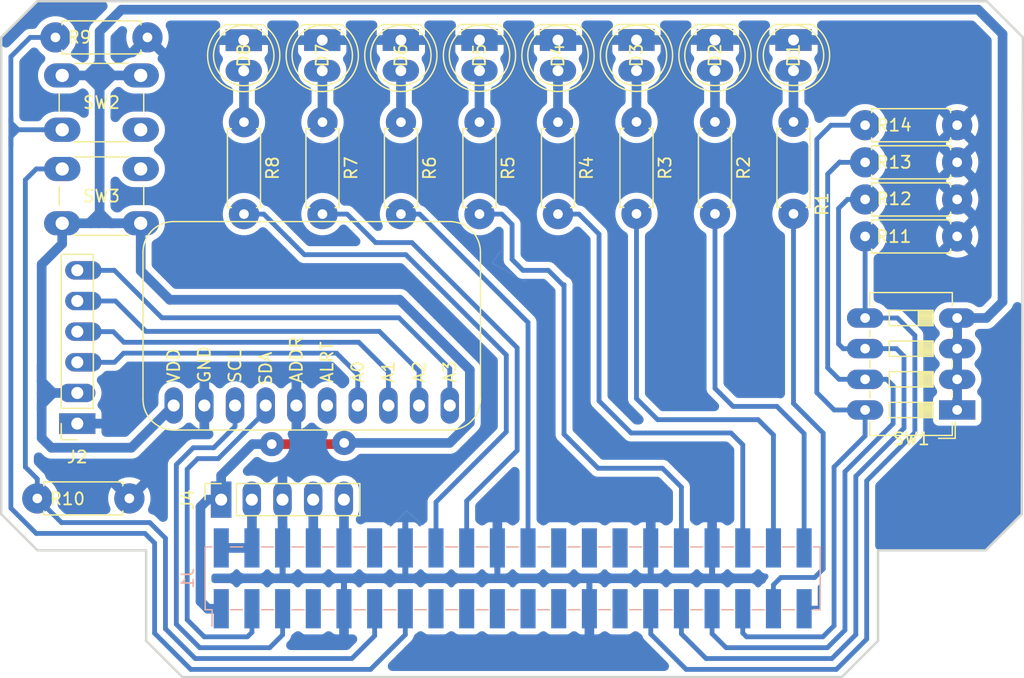
<source format=kicad_pcb>
(kicad_pcb (version 20240108) (generator "pcbnew") (generator_version "8.0")
  (layers (0 "F.Cu" signal) (31 "B.Cu" signal) (34 "B.Paste" user) (35 "F.Paste" user) (36 "B.SilkS" user "B.Silkscreen") (37 "F.SilkS" user "F.Silkscreen") (38 "B.Mask" user) (39 "F.Mask" user) (44 "Edge.Cuts" user))
  (net 0 "")
  (net 1 "GND")
  (net 2 "/+3.3V")
  (net 3 "/SDA")
  (net 4 "/SCL")
  (net 9 "/GPIO19")
  (net 11 "/GPIO23")
  (net 12 "/GPIO6")
  (net 13 "/GPIO25")
  (net 18 "/GPIO26")
  (net 19 "/GPIO20")
  (net 20 "/GPIO21")
  (net 21 "/+5V")
  (net 23 "/GPIO12")
  (net 24 "/GPIO5")
  (net 26 "/GPIO17")
  (net 27 "/GPIO24")
  (net 28 "/GPIO27")
  (net 29 "/GPIO16")
  (net 30 "/GPIO13")
  (net 31 "/AINO")
  (net 32 "/AIN3")
  (net 33 "/AIN2")
  (net 34 "/AIN1")
  (net 35 "Net-(D1-A)")
  (net 36 "Net-(D2-A)")
  (net 37 "Net-(D3-A)")
  (net 38 "Net-(D4-A)")
  (net 39 "Net-(D5-A)")
  (net 40 "Net-(D6-A)")
  (net 41 "Net-(D7-A)")
  (net 42 "Net-(D8-A)")
  (net 44 "/Tx")
  (net 45 "/Rx")
  (footprint "Resistor_THT:R_Axial_DIN0207_L6.3mm_D2.5mm_P7.62mm_Horizontal" (layer "F.Cu") (at 182.93 95.85)
    (property "Reference" "R13" (at 2.4 0 0) (layer "F.SilkS"))
    (property "Value" "10k")
    (pad "1" thru_hole circle (at 0 0) (size 2.5 2.5) (drill 0.8) (layers "*.Cu" "*.Mask") (net 30 "/GPIO13"))
    (pad "2" thru_hole circle (at 7.62 0) (size 2.5 2.5) (drill 0.8) (layers "*.Cu" "*.Mask") (net 1 "GND"))
  )
  (footprint "Resistor_THT:R_Axial_DIN0207_L6.3mm_D2.5mm_P7.62mm_Horizontal" (layer "F.Cu") (at 138 92.52 -90)
    (property "Reference" "R7" (at 3.81 -2.37 -90) (layer "F.SilkS"))
    (property "Value" "470")
    (pad "1" thru_hole circle (at 0 0 270) (size 2.5 2.5) (drill 0.8) (layers "*.Cu" "*.Mask") (net 41 "Net-(D7-A)"))
    (pad "2" thru_hole circle (at 7.62 0 270) (size 2.5 2.5) (drill 0.8) (layers "*.Cu" "*.Mask") (net 27 "/GPIO24"))
  )
  (footprint "Button_Switch_THT:SW_PUSH_6mm_H9.5mm" (layer "F.Cu") (at 122.95 100.9 180)
    (property "Reference" "SW3" (at 3.25 2.25 0) (layer "F.SilkS"))
    (property "Value" "SW_Push")
    (pad "1" thru_hole oval (at 0 0 270) (size 2 3) (drill 1.1) (layers "*.Cu" "*.Mask") (net 2 "/+3.3V"))
    (pad "1" thru_hole oval (at 6.5 0 270) (size 2 3) (drill 1.1) (layers "*.Cu" "*.Mask") (net 2 "/+3.3V"))
    (pad "2" thru_hole oval (at 0 4.5 270) (size 2 3) (drill 1.1) (layers "*.Cu" "*.Mask") (net 26 "/GPIO17"))
    (pad "2" thru_hole oval (at 6.5 4.5 270) (size 2 3) (drill 1.1) (layers "*.Cu" "*.Mask") (net 26 "/GPIO17"))
  )
  (footprint "LED_THT:LED_D5.0mm" (layer "F.Cu") (at 137.98 85.725 -90)
    (property "Reference" "D7" (at 1.275 0 90) (layer "F.SilkS"))
    (property "Value" "LED")
    (pad "1" thru_hole rect (at 0 0 270) (size 1.8 3) (drill 0.9) (layers "*.Cu" "*.Mask") (net 1 "GND"))
    (pad "2" thru_hole oval (at 2.54 0 270) (size 1.8 3) (drill 0.9) (layers "*.Cu" "*.Mask") (net 41 "Net-(D7-A)"))
  )
  (footprint "Resistor_THT:R_Axial_DIN0207_L6.3mm_D2.5mm_P7.62mm_Horizontal" (layer "F.Cu") (at 182.93 101.99)
    (property "Reference" "R11" (at 2.37 0.01 0) (layer "F.SilkS"))
    (property "Value" "10k")
    (pad "1" thru_hole circle (at 0 0) (size 2.5 2.5) (drill 0.8) (layers "*.Cu" "*.Mask") (net 24 "/GPIO5"))
    (pad "2" thru_hole circle (at 7.62 0) (size 2.5 2.5) (drill 0.8) (layers "*.Cu" "*.Mask") (net 1 "GND"))
  )
  (footprint "Button_Switch_THT:SW_DIP_SPSTx04_Slide_6.7x11.72mm_W7.62mm_P2.54mm_LowProfile" (layer "F.Cu") (at 190.55 116.37 180)
    (property "Reference" "SW1" (at 3.8 -2.4 0) (layer "F.SilkS"))
    (property "Value" "SW_DIP_x04")
    (pad "1" thru_hole rect (at 0 0 180) (size 3 1.6) (drill 0.8) (layers "*.Cu" "*.Mask") (net 2 "/+3.3V"))
    (pad "2" thru_hole oval (at 0 2.54 180) (size 3 1.6) (drill 0.8) (layers "*.Cu" "*.Mask") (net 2 "/+3.3V"))
    (pad "3" thru_hole oval (at 0 5.08 180) (size 3 1.6) (drill 0.8) (layers "*.Cu" "*.Mask") (net 2 "/+3.3V"))
    (pad "4" thru_hole oval (at 0 7.62 180) (size 3 1.6) (drill 0.8) (layers "*.Cu" "*.Mask") (net 2 "/+3.3V"))
    (pad "5" thru_hole oval (at 7.62 7.62 180) (size 3 1.6) (drill 0.8) (layers "*.Cu" "*.Mask") (net 24 "/GPIO5"))
    (pad "6" thru_hole oval (at 7.62 5.08 180) (size 3 1.6) (drill 0.8) (layers "*.Cu" "*.Mask") (net 12 "/GPIO6"))
    (pad "7" thru_hole oval (at 7.62 2.54 180) (size 3 1.6) (drill 0.8) (layers "*.Cu" "*.Mask") (net 30 "/GPIO13"))
    (pad "8" thru_hole oval (at 7.62 0 180) (size 3 1.6) (drill 0.8) (layers "*.Cu" "*.Mask") (net 9 "/GPIO19"))
  )
  (footprint "Resistor_THT:R_Axial_DIN0207_L6.3mm_D2.5mm_P7.62mm_Horizontal" (layer "F.Cu") (at 182.93 98.925)
    (property "Reference" "R12" (at 2.4 -0.05 0) (layer "F.SilkS"))
    (property "Value" "10k")
    (pad "1" thru_hole circle (at 0 0) (size 2.5 2.5) (drill 0.8) (layers "*.Cu" "*.Mask") (net 12 "/GPIO6"))
    (pad "2" thru_hole circle (at 7.62 0) (size 2.5 2.5) (drill 0.8) (layers "*.Cu" "*.Mask") (net 1 "GND"))
  )
  (footprint "LED_THT:LED_D5.0mm" (layer "F.Cu") (at 164 85.715 -90)
    (property "Reference" "D3" (at 1.27 0 90) (layer "F.SilkS"))
    (property "Value" "LED")
    (pad "1" thru_hole rect (at 0 0 270) (size 1.8 3) (drill 0.9) (layers "*.Cu" "*.Mask") (net 1 "GND"))
    (pad "2" thru_hole oval (at 2.54 0 270) (size 1.8 3) (drill 0.9) (layers "*.Cu" "*.Mask") (net 37 "Net-(D3-A)"))
  )
  (footprint "LED_THT:LED_D5.0mm" (layer "F.Cu") (at 177 85.715 -90)
    (property "Reference" "D1" (at 1.275 0 90) (layer "F.SilkS"))
    (property "Value" "LED")
    (pad "1" thru_hole rect (at 0 0 270) (size 1.8 3) (drill 0.9) (layers "*.Cu" "*.Mask") (net 1 "GND"))
    (pad "2" thru_hole oval (at 2.54 0 270) (size 1.8 3) (drill 0.9) (layers "*.Cu" "*.Mask") (net 35 "Net-(D1-A)"))
  )
  (footprint "Resistor_THT:R_Axial_DIN0207_L6.3mm_D2.5mm_P7.62mm_Horizontal" (layer "F.Cu") (at 177 92.5 -90)
    (property "Reference" "R1" (at 6.81 -2.37 -90) (layer "F.SilkS"))
    (property "Value" "470")
    (pad "1" thru_hole circle (at 0 0 270) (size 2.5 2.5) (drill 0.8) (layers "*.Cu" "*.Mask") (net 35 "Net-(D1-A)"))
    (pad "2" thru_hole circle (at 7.62 0 270) (size 2.5 2.5) (drill 0.8) (layers "*.Cu" "*.Mask") (net 18 "/GPIO26"))
  )
  (footprint "Button_Switch_THT:SW_PUSH_6mm_H9.5mm" (layer "F.Cu") (at 116.45 88.65)
    (property "Reference" "SW2" (at 3.25 2.25 0) (layer "F.SilkS"))
    (property "Value" "SW_Push")
    (pad "1" thru_hole oval (at 0 0 90) (size 2 3) (drill 1.1) (layers "*.Cu" "*.Mask") (net 2 "/+3.3V"))
    (pad "1" thru_hole oval (at 6.5 0 90) (size 2 3) (drill 1.1) (layers "*.Cu" "*.Mask") (net 2 "/+3.3V"))
    (pad "2" thru_hole oval (at 0 4.5 90) (size 2 3) (drill 1.1) (layers "*.Cu" "*.Mask") (net 28 "/GPIO27"))
    (pad "2" thru_hole oval (at 6.5 4.5 90) (size 2 3) (drill 1.1) (layers "*.Cu" "*.Mask") (net 28 "/GPIO27"))
  )
  (footprint "Connector_PinSocket_2.54mm:PinSocket_1x06_P2.54mm_Vertical" (layer "F.Cu") (at 117.7 117.5 180)
    (property "Reference" "J2" (at 0 -2.77 360) (layer "F.SilkS"))
    (property "Value" "ANALOG_PINS")
    (pad "1" thru_hole rect (at 0 0 180) (size 3 1.7) (drill 1) (layers "*.Cu" "*.Mask") (net 1 "GND"))
    (pad "2" thru_hole oval (at 0 2.54 180) (size 3 1.524) (drill 1) (layers "*.Cu" "*.Mask") (net 2 "/+3.3V"))
    (pad "3" thru_hole oval (at 0 5.08 180) (size 3 1.524) (drill 1 (offset -0.5 0)) (layers "*.Cu" "*.Mask") (net 31 "/AINO"))
    (pad "4" thru_hole oval (at 0 7.62 180) (size 3 1.524) (drill 1 (offset -0.5 0)) (layers "*.Cu" "*.Mask") (net 34 "/AIN1"))
    (pad "5" thru_hole oval (at 0 10.16 180) (size 3 1.524) (drill 1 (offset -0.5 0)) (layers "*.Cu" "*.Mask") (net 33 "/AIN2"))
    (pad "6" thru_hole oval (at 0 12.7 180) (size 3 1.524) (drill 1 (offset -0.5 0)) (layers "*.Cu" "*.Mask") (net 32 "/AIN3"))
  )
  (footprint "Resistor_THT:R_Axial_DIN0207_L6.3mm_D2.5mm_P7.62mm_Horizontal" (layer "F.Cu") (at 182.93 92.775)
    (property "Reference" "R14" (at 2.4 0 0) (layer "F.SilkS"))
    (property "Value" "10k")
    (pad "1" thru_hole circle (at 0 0) (size 2.5 2.5) (drill 0.8) (layers "*.Cu" "*.Mask") (net 9 "/GPIO19"))
    (pad "2" thru_hole circle (at 7.62 0) (size 2.5 2.5) (drill 0.8) (layers "*.Cu" "*.Mask") (net 1 "GND"))
  )
  (footprint "Resistor_THT:R_Axial_DIN0207_L6.3mm_D2.5mm_P7.62mm_Horizontal" (layer "F.Cu") (at 157.5 92.52 -90)
    (property "Reference" "R4" (at 3.81 -2.37 -90) (layer "F.SilkS"))
    (property "Value" "470")
    (pad "1" thru_hole circle (at 0 0 270) (size 2.5 2.5) (drill 0.8) (layers "*.Cu" "*.Mask") (net 38 "Net-(D4-A)"))
    (pad "2" thru_hole circle (at 7.62 0 270) (size 2.5 2.5) (drill 0.8) (layers "*.Cu" "*.Mask") (net 29 "/GPIO16"))
  )
  (footprint "LED_THT:LED_D5.0mm" (layer "F.Cu") (at 170.5 85.715 -90)
    (property "Reference" "D2" (at 1.27 0 90) (layer "F.SilkS"))
    (property "Value" "LED")
    (pad "1" thru_hole rect (at 0 0 270) (size 1.8 3) (drill 0.9) (layers "*.Cu" "*.Mask") (net 1 "GND"))
    (pad "2" thru_hole oval (at 2.54 0 270) (size 1.8 3) (drill 0.9) (layers "*.Cu" "*.Mask") (net 36 "Net-(D2-A)"))
  )
  (footprint "Resistor_THT:R_Axial_DIN0207_L6.3mm_D2.5mm_P7.62mm_Horizontal" (layer "F.Cu") (at 151 92.52 -90)
    (property "Reference" "R5" (at 3.81 -2.37 -90) (layer "F.SilkS"))
    (property "Value" "470")
    (pad "1" thru_hole circle (at 0 0 270) (size 2.5 2.5) (drill 0.8) (layers "*.Cu" "*.Mask") (net 39 "Net-(D5-A)"))
    (pad "2" thru_hole circle (at 7.62 0 270) (size 2.5 2.5) (drill 0.8) (layers "*.Cu" "*.Mask") (net 23 "/GPIO12"))
  )
  (footprint "Resistor_THT:R_Axial_DIN0207_L6.3mm_D2.5mm_P7.62mm_Horizontal" (layer "F.Cu") (at 131.5 92.52 -90)
    (property "Reference" "R8" (at 3.81 -2.37 -90) (layer "F.SilkS"))
    (property "Value" "470")
    (pad "1" thru_hole circle (at 0 0 270) (size 2.5 2.5) (drill 0.8) (layers "*.Cu" "*.Mask") (net 42 "Net-(D8-A)"))
    (pad "2" thru_hole circle (at 7.62 0 270) (size 2.5 2.5) (drill 0.8) (layers "*.Cu" "*.Mask") (net 11 "/GPIO23"))
  )
  (footprint "my_pretty_componets:Adafruit_ADS1115_modular" (layer "F.Cu") (at 123.14 118.032)
    (property "Reference" "U1" (hide yes))
    (property "Value" "ADS1115IDGS" (hide yes))
    (fp_text user "A0" (at 17.78 -3.81 90) (layer "F.SilkS") (effects (justify left)))
    (fp_text user "SDA" (at 10.16 -5.08 90) (layer "F.SilkS"))
    (fp_text user "ADDR" (at 12.7 -3.81 90) (layer "F.SilkS") (effects (justify left)))
    (fp_text user "GND" (at 5.08 -3.81 90) (layer "F.SilkS") (effects (justify left)))
    (fp_text user "VDD" (at 2.54 -3.81 90) (layer "F.SilkS") (effects (justify left)))
    (fp_text user "A2" (at 22.86 -3.81 90) (layer "F.SilkS") (effects (justify left)))
    (fp_text user "ALRT" (at 15.24 -3.81 90) (layer "F.SilkS") (effects (justify left)))
    (fp_text user "A3" (at 25.4 -3.81 90) (layer "F.SilkS") (effects (justify left)))
    (fp_text user "A1" (at 20.32 -3.81 90) (layer "F.SilkS") (effects (justify left)))
    (fp_text user "SCL" (at 7.62 -3.81 90) (layer "F.SilkS") (effects (justify left)))
    (pad "1" thru_hole oval (at 2.54 -2.032) (size 1.524 3) (drill 1) (layers "*.Cu" "*.Mask") (net 2 "/+3.3V"))
    (pad "2" thru_hole oval (at 5.08 -2.032) (size 1.524 3) (drill 1) (layers "*.Cu" "*.Mask") (net 1 "GND"))
    (pad "3" thru_hole oval (at 7.62 -2.032) (size 1.524 3) (drill 1) (layers "*.Cu" "*.Mask") (net 4 "/SCL"))
    (pad "4" thru_hole oval (at 10.16 -2.032) (size 1.524 3) (drill 1) (layers "*.Cu" "*.Mask") (net 3 "/SDA"))
    (pad "5" thru_hole oval (at 12.7 -2.032) (size 1.524 3) (drill 1) (layers "*.Cu" "*.Mask") (net 1 "GND"))
    (pad "6" thru_hole oval (at 15.24 -2.032) (size 1.524 3) (drill 1) (layers "*.Cu" "*.Mask"))
    (pad "7" thru_hole oval (at 17.78 -2.032) (size 1.524 3) (drill 1) (layers "*.Cu" "*.Mask") (net 31 "/AINO"))
    (pad "8" thru_hole oval (at 20.32 -2.032) (size 1.524 3) (drill 1) (layers "*.Cu" "*.Mask") (net 34 "/AIN1"))
    (pad "9" thru_hole oval (at 22.86 -2.032) (size 1.524 3) (drill 1) (layers "*.Cu" "*.Mask") (net 33 "/AIN2"))
    (pad "10" thru_hole oval (at 25.4 -2.032) (size 1.524 3) (drill 1) (layers "*.Cu" "*.Mask") (net 32 "/AIN3"))
  )
  (footprint "LED_THT:LED_D5.0mm" (layer "F.Cu") (at 157.5 85.72 -90)
    (property "Reference" "D4" (at 1.275 0 90) (layer "F.SilkS"))
    (property "Value" "LED")
    (pad "1" thru_hole rect (at 0 0 270) (size 1.8 3) (drill 0.9) (layers "*.Cu" "*.Mask") (net 1 "GND"))
    (pad "2" thru_hole oval (at 2.54 0 270) (size 1.8 3) (drill 0.9) (layers "*.Cu" "*.Mask") (net 38 "Net-(D4-A)"))
  )
  (footprint "Connector_PinSocket_2.54mm:PinSocket_1x05_P2.54mm_Vertical" (layer "F.Cu") (at 129.61 123.8 90)
    (property "Reference" "J4" (at 0 -2.77 90) (layer "F.SilkS"))
    (property "Value" "UART_PINS")
    (pad "1" thru_hole rect (at 0 0 90) (size 3 1.7) (drill 1) (layers "*.Cu" "*.Mask") (net 2 "/+3.3V"))
    (pad "2" thru_hole oval (at 0 2.54 90) (size 3 1.524) (drill 1) (layers "*.Cu" "*.Mask") (net 21 "/+5V"))
    (pad "3" thru_hole oval (at 0 5.08 90) (size 3 1.524) (drill 1) (layers "*.Cu" "*.Mask") (net 1 "GND"))
    (pad "4" thru_hole oval (at 0 7.62 90) (size 3 1.524) (drill 1) (layers "*.Cu" "*.Mask") (net 44 "/Tx"))
    (pad "5" thru_hole oval (at 0 10.16 90) (size 3 1.524) (drill 1) (layers "*.Cu" "*.Mask") (net 45 "/Rx"))
  )
  (footprint "Resistor_THT:R_Axial_DIN0207_L6.3mm_D2.5mm_P7.62mm_Horizontal" (layer "F.Cu") (at 114.39 123.7)
    (property "Reference" "R10" (at 2.49 0.04 0) (layer "F.SilkS"))
    (property "Value" "10k")
    (pad "1" thru_hole circle (at 0 0) (size 2.5 2.5) (drill 0.8) (layers "*.Cu" "*.Mask") (net 26 "/GPIO17"))
    (pad "2" thru_hole circle (at 7.62 0) (size 2.5 2.5) (drill 0.8) (layers "*.Cu" "*.Mask") (net 1 "GND"))
  )
  (footprint "LED_THT:LED_D5.0mm" (layer "F.Cu") (at 144.49 85.72 -90)
    (property "Reference" "D6" (at 1.27 0 90) (layer "F.SilkS"))
    (property "Value" "LED")
    (pad "1" thru_hole rect (at 0 0 270) (size 1.8 3) (drill 0.9) (layers "*.Cu" "*.Mask") (net 1 "GND"))
    (pad "2" thru_hole oval (at 2.54 0 270) (size 1.8 3) (drill 0.9) (layers "*.Cu" "*.Mask") (net 40 "Net-(D6-A)"))
  )
  (footprint "LED_THT:LED_D5.0mm" (layer "F.Cu") (at 131.48 85.73 -90)
    (property "Reference" "D8" (at 1.27 0 90) (layer "F.SilkS"))
    (property "Value" "LED")
    (pad "1" thru_hole rect (at 0 0 270) (size 1.8 3) (drill 0.9) (layers "*.Cu" "*.Mask") (net 1 "GND"))
    (pad "2" thru_hole oval (at 2.54 0 270) (size 1.8 3) (drill 0.9) (layers "*.Cu" "*.Mask") (net 42 "Net-(D8-A)"))
  )
  (footprint "Resistor_THT:R_Axial_DIN0207_L6.3mm_D2.5mm_P7.62mm_Horizontal" (layer "F.Cu") (at 144.5 92.52 -90)
    (property "Reference" "R6" (at 3.81 -2.37 -90) (layer "F.SilkS"))
    (property "Value" "470")
    (pad "1" thru_hole circle (at 0 0 270) (size 2.5 2.5) (drill 0.8) (layers "*.Cu" "*.Mask") (net 40 "Net-(D6-A)"))
    (pad "2" thru_hole circle (at 7.62 0 270) (size 2.5 2.5) (drill 0.8) (layers "*.Cu" "*.Mask") (net 13 "/GPIO25"))
  )
  (footprint "Resistor_THT:R_Axial_DIN0207_L6.3mm_D2.5mm_P7.62mm_Horizontal" (layer "F.Cu") (at 164 92.5 -90)
    (property "Reference" "R3" (at 3.81 -2.37 -90) (layer "F.SilkS"))
    (property "Value" "470")
    (pad "1" thru_hole circle (at 0 0 270) (size 2.5 2.5) (drill 0.8) (layers "*.Cu" "*.Mask") (net 37 "Net-(D3-A)"))
    (pad "2" thru_hole circle (at 7.62 0 270) (size 2.5 2.5) (drill 0.8) (layers "*.Cu" "*.Mask") (net 19 "/GPIO20"))
  )
  (footprint "Resistor_THT:R_Axial_DIN0207_L6.3mm_D2.5mm_P7.62mm_Horizontal" (layer "F.Cu") (at 115.89 85.5)
    (property "Reference" "R9" (at 1.99 -0.01 0) (layer "F.SilkS"))
    (property "Value" "10k")
    (pad "1" thru_hole circle (at 0 0) (size 2.5 2.5) (drill 0.8) (layers "*.Cu" "*.Mask") (net 28 "/GPIO27"))
    (pad "2" thru_hole circle (at 7.62 0) (size 2.5 2.5) (drill 0.8) (layers "*.Cu" "*.Mask") (net 1 "GND"))
  )
  (footprint "Resistor_THT:R_Axial_DIN0207_L6.3mm_D2.5mm_P7.62mm_Horizontal" (layer "F.Cu") (at 170.5 92.5 -90)
    (property "Reference" "R2" (at 3.81 -2.37 -90) (layer "F.SilkS"))
    (property "Value" "470")
    (pad "1" thru_hole circle (at 0 0 270) (size 2.5 2.5) (drill 0.8) (layers "*.Cu" "*.Mask") (net 36 "Net-(D2-A)"))
    (pad "2" thru_hole circle (at 7.62 0 270) (size 2.5 2.5) (drill 0.8) (layers "*.Cu" "*.Mask") (net 20 "/GPIO21"))
  )
  (footprint "LED_THT:LED_D5.0mm" (layer "F.Cu") (at 151 85.715 -90)
    (property "Reference" "D5" (at 1.27 0 90) (layer "F.SilkS"))
    (property "Value" "LED")
    (pad "1" thru_hole rect (at 0 0 270) (size 1.8 3) (drill 0.9) (layers "*.Cu" "*.Mask") (net 1 "GND"))
    (pad "2" thru_hole oval (at 2.54 0 270) (size 1.8 3) (drill 0.9) (layers "*.Cu" "*.Mask") (net 39 "Net-(D5-A)"))
  )
  (footprint "Connector_PinSocket_2.54mm:PinSocket_2x20_P2.54mm_Vertical_SMD" (layer "B.Cu") (at 153.75 130.32 -90)
    (property "Reference" "J1" (at 0 26.9 90) (layer "B.SilkS") (effects (justify mirror)))
    (property "Value" "Raspberry_PI_4")
    (pad "1" smd rect (at 2.52 24.13 270) (size 3.25 1.25) (layers "B.Cu" "B.Paste" "B.Mask") (net 2 "/+3.3V"))
    (pad "2" smd rect (at -2.52 24.13 270) (size 3.25 1.25) (layers "B.Cu" "B.Paste" "B.Mask") (net 21 "/+5V"))
    (pad "3" smd rect (at 2.52 21.59 270) (size 3.25 1.25) (layers "B.Cu" "B.Paste" "B.Mask") (net 3 "/SDA"))
    (pad "4" smd rect (at -2.52 21.59 270) (size 3.25 1.25) (layers "B.Cu" "B.Paste" "B.Mask") (net 21 "/+5V"))
    (pad "5" smd rect (at 2.52 19.05 270) (size 3.25 1.25) (layers "B.Cu" "B.Paste" "B.Mask") (net 4 "/SCL"))
    (pad "6" smd rect (at -2.52 19.05 270) (size 3.25 1.25) (layers "B.Cu" "B.Paste" "B.Mask") (net 1 "GND"))
    (pad "7" smd rect (at 2.52 16.51 270) (size 3.25 1.25) (layers "B.Cu" "B.Paste" "B.Mask"))
    (pad "8" smd rect (at -2.52 16.51 270) (size 3.25 1.25) (layers "B.Cu" "B.Paste" "B.Mask") (net 44 "/Tx"))
    (pad "9" smd rect (at 2.52 13.97 270) (size 3.25 1.25) (layers "B.Cu" "B.Paste" "B.Mask") (net 1 "GND"))
    (pad "10" smd rect (at -2.52 13.97 270) (size 3.25 1.25) (layers "B.Cu" "B.Paste" "B.Mask") (net 45 "/Rx"))
    (pad "11" smd rect (at 2.52 11.43 270) (size 3.25 1.25) (layers "B.Cu" "B.Paste" "B.Mask") (net 26 "/GPIO17"))
    (pad "12" smd rect (at -2.52 11.43 270) (size 3.25 1.25) (layers "B.Cu" "B.Paste" "B.Mask"))
    (pad "13" smd rect (at 2.52 8.89 270) (size 3.25 1.25) (layers "B.Cu" "B.Paste" "B.Mask") (net 28 "/GPIO27"))
    (pad "14" smd rect (at -2.52 8.89 270) (size 3.25 1.25) (layers "B.Cu" "B.Paste" "B.Mask") (net 1 "GND"))
    (pad "15" smd rect (at 2.52 6.35 270) (size 3.25 1.25) (layers "B.Cu" "B.Paste" "B.Mask"))
    (pad "16" smd rect (at -2.52 6.35 270) (size 3.25 1.25) (layers "B.Cu" "B.Paste" "B.Mask") (net 11 "/GPIO23"))
    (pad "17" smd rect (at 2.52 3.81 270) (size 3.25 1.25) (layers "B.Cu" "B.Paste" "B.Mask"))
    (pad "18" smd rect (at -2.52 3.81 270) (size 3.25 1.25) (layers "B.Cu" "B.Paste" "B.Mask") (net 27 "/GPIO24"))
    (pad "19" smd rect (at 2.52 1.27 270) (size 3.25 1.25) (layers "B.Cu" "B.Paste" "B.Mask"))
    (pad "20" smd rect (at -2.52 1.27 270) (size 3.25 1.25) (layers "B.Cu" "B.Paste" "B.Mask") (net 1 "GND"))
    (pad "21" smd rect (at 2.52 -1.27 270) (size 3.25 1.25) (layers "B.Cu" "B.Paste" "B.Mask"))
    (pad "22" smd rect (at -2.52 -1.27 270) (size 3.25 1.25) (layers "B.Cu" "B.Paste" "B.Mask") (net 13 "/GPIO25"))
    (pad "23" smd rect (at 2.52 -3.81 270) (size 3.25 1.25) (layers "B.Cu" "B.Paste" "B.Mask"))
    (pad "24" smd rect (at -2.52 -3.81 270) (size 3.25 1.25) (layers "B.Cu" "B.Paste" "B.Mask"))
    (pad "25" smd rect (at 2.52 -6.35 270) (size 3.25 1.25) (layers "B.Cu" "B.Paste" "B.Mask") (net 1 "GND"))
    (pad "26" smd rect (at -2.52 -6.35 270) (size 3.25 1.25) (layers "B.Cu" "B.Paste" "B.Mask"))
    (pad "27" smd rect (at 2.52 -8.89 270) (size 3.25 1.25) (layers "B.Cu" "B.Paste" "B.Mask"))
    (pad "28" smd rect (at -2.52 -8.89 270) (size 3.25 1.25) (layers "B.Cu" "B.Paste" "B.Mask"))
    (pad "29" smd rect (at 2.52 -11.43 270) (size 3.25 1.25) (layers "B.Cu" "B.Paste" "B.Mask") (net 24 "/GPIO5"))
    (pad "30" smd rect (at -2.52 -11.43 270) (size 3.25 1.25) (layers "B.Cu" "B.Paste" "B.Mask") (net 1 "GND"))
    (pad "31" smd rect (at 2.52 -13.97 270) (size 3.25 1.25) (layers "B.Cu" "B.Paste" "B.Mask") (net 12 "/GPIO6"))
    (pad "32" smd rect (at -2.52 -13.97 270) (size 3.25 1.25) (layers "B.Cu" "B.Paste" "B.Mask") (net 23 "/GPIO12"))
    (pad "33" smd rect (at 2.52 -16.51 270) (size 3.25 1.25) (layers "B.Cu" "B.Paste" "B.Mask") (net 30 "/GPIO13"))
    (pad "34" smd rect (at -2.52 -16.51 270) (size 3.25 1.25) (layers "B.Cu" "B.Paste" "B.Mask") (net 1 "GND"))
    (pad "35" smd rect (at 2.52 -19.05 270) (size 3.25 1.25) (layers "B.Cu" "B.Paste" "B.Mask") (net 9 "/GPIO19"))
    (pad "36" smd rect (at -2.52 -19.05 270) (size 3.25 1.25) (layers "B.Cu" "B.Paste" "B.Mask") (net 29 "/GPIO16"))
    (pad "37" smd rect (at 2.52 -21.59 270) (size 3.25 1.25) (layers "B.Cu" "B.Paste" "B.Mask") (net 18 "/GPIO26"))
    (pad "38" smd rect (at -2.52 -21.59 270) (size 3.25 1.25) (layers "B.Cu" "B.Paste" "B.Mask") (net 19 "/GPIO20"))
    (pad "39" smd rect (at 2.52 -24.13 270) (size 3.25 1.25) (layers "B.Cu" "B.Paste" "B.Mask") (net 1 "GND"))
    (pad "40" smd rect (at -2.52 -24.13 270) (size 3.25 1.25) (layers "B.Cu" "B.Paste" "B.Mask") (net 20 "/GPIO21"))
  )
  (gr_line (start 114.4 128) (end 123.4 128) (stroke (width 0.2)) (layer "Edge.Cuts"))
  (gr_line (start 193 82.5) (end 196 85.5) (stroke (width 0.2)) (layer "Edge.Cuts"))
  (gr_line (start 184 128) (end 184 135.5) (stroke (width 0.2)) (layer "Edge.Cuts"))
  (gr_line (start 123.4 128) (end 123.4 135.5) (stroke (width 0.2)) (layer "Edge.Cuts"))
  (gr_line (start 192.9 128) (end 195.9 125) (stroke (width 0.2)) (layer "Edge.Cuts"))
  (gr_line (start 193 82.5) (end 114.4 82.5) (stroke (width 0.2)) (layer "Edge.Cuts"))
  (gr_line (start 111.4 85.5) (end 114.4 82.5) (stroke (width 0.2)) (layer "Edge.Cuts"))
  (gr_line (start 123.4 135.5) (end 126.4 138.5) (stroke (width 0.2)) (layer "Edge.Cuts"))
  (gr_line (start 195.9 125) (end 196 85.5) (stroke (width 0.2)) (layer "Edge.Cuts"))
  (gr_line (start 184 128) (end 192.9 128) (stroke (width 0.2)) (layer "Edge.Cuts"))
  (gr_line (start 111.4 85.5) (end 111.4 125) (stroke (width 0.2)) (layer "Edge.Cuts"))
  (gr_line (start 111.4 125) (end 114.4 128) (stroke (width 0.2)) (layer "Edge.Cuts"))
  (gr_line (start 126.4 138.5) (end 181 138.5) (stroke (width 0.2)) (layer "Edge.Cuts"))
  (gr_line (start 181 138.5) (end 184 135.5) (stroke (width 0.2)) (layer "Edge.Cuts"))
  (segment (start 139.8 119.1) (end 139.7 119.2) (width 0.8) (layer "F.Cu") (net 2))
  (segment (start 139.7 119.2) (end 133.8 119.2) (width 0.8) (layer "F.Cu") (net 2))
  (segment (start 130.002082 122.802082) (end 130.002082 122.797918) (width 0.8) (layer "F.Cu") (net 2))
  (via (at 139.8 119.1) (size 2) (drill 0.8) (layers "F.Cu" "B.Cu") (net 2))
  (via (at 133.8 119.2) (size 2) (drill 0.8) (layers "F.Cu" "B.Cu") (net 2))
  (segment (start 119.52 88.65) (end 119.55 88.68) (width 0.8) (layer "B.Cu") (net 2))
  (segment (start 118.52 88.65) (end 119.52 88.65) (width 0.8) (layer "B.Cu") (net 2))
  (segment (start 120.62 88.65) (end 122.95 88.65) (width 0.8) (layer "B.Cu") (net 2))
  (segment (start 127.9 124.4) (end 128.5 123.8) (width 0.8) (layer "B.Cu") (net 2))
  (segment (start 114.79 114.96) (end 114.75 115) (width 0.8) (layer "B.Cu") (net 2))
  (segment (start 139.8 119.1) (end 148.528423 119.1) (width 0.8) (layer "B.Cu") (net 2))
  (segment (start 119.55 90.77) (end 119.55 89.6) (width 0.8) (layer "B.Cu") (net 2))
  (segment (start 122.18 119.5) (end 125.68 116) (width 0.8) (layer "B.Cu") (net 2))
  (segment (start 116.45 100.9) (end 116.45 102.6) (width 0.8) (layer "B.Cu") (net 2))
  (segment (start 194.31 85.22) (end 192.29 83.2) (width 0.8) (layer "B.Cu") (net 2))
  (segment (start 192.29 83.2) (end 121.35 83.2) (width 0.8) (layer "B.Cu") (net 2))
  (segment (start 114.75 112.7) (end 114.75 114.01) (width 0.8) (layer "B.Cu") (net 2))
  (segment (start 114.75 116.3) (end 114.75 115.91) (width 0.8) (layer "B.Cu") (net 2))
  (segment (start 114.75 112.7) (end 114.75 115) (width 0.8) (layer "B.Cu") (net 2))
  (segment (start 119.55 87.58) (end 119.55 87.62) (width 0.8) (layer "B.Cu") (net 2))
  (segment (start 133.8 119.2) (end 132.2 119.2) (width 0.8) (layer "B.Cu") (net 2))
  (segment (start 121.35 83.2) (end 119.55 85) (width 0.8) (layer "B.Cu") (net 2))
  (segment (start 150.202 113.049182) (end 144.392818 107.24) (width 0.8) (layer "B.Cu") (net 2))
  (segment (start 118.85 100.9) (end 118.85 100.73) (width 0.8) (layer "B.Cu") (net 2))
  (segment (start 119.47 89.6) (end 118.52 88.65) (width 0.8) (layer "B.Cu") (net 2))
  (segment (start 114.75 115) (end 114.75 116.3) (width 0.8) (layer "B.Cu") (net 2))
  (segment (start 119.55 88.68) (end 119.58 88.65) (width 0.8) (layer "B.Cu") (net 2))
  (segment (start 132.2 119.2) (end 129.61 121.79) (width 0.8) (layer "B.Cu") (net 2))
  (segment (start 194.31 107.41) (end 194.31 85.22) (width 0.8) (layer "B.Cu") (net 2))
  (segment (start 120.65 100.9) (end 120.42 100.9) (width 0.8) (layer "B.Cu") (net 2))
  (segment (start 190.55 113.83) (end 190.55 111.29) (width 0.8) (layer "B.Cu") (net 2))
  (segment (start 190.55 108.75) (end 192.97 108.75) (width 0.8) (layer "B.Cu") (net 2))
  (segment (start 119.55 89.6) (end 119.47 89.6) (width 0.8) (layer "B.Cu") (net 2))
  (segment (start 119.49 100.9) (end 119.55 100.84) (width 0.8) (layer "B.Cu") (net 2))
  (segment (start 118.85 100.9) (end 120.65 100.9) (width 0.8) (layer "B.Cu") (net 2))
  (segment (start 148.528423 119.1) (end 150.202 117.426423) (width 0.8) (layer "B.Cu") (net 2))
  (segment (start 114.75 118.7) (end 115.55 119.5) (width 0.8) (layer "B.Cu") (net 2))
  (segment (start 116.45 100.9) (end 118.85 100.9) (width 0.8) (layer "B.Cu") (net 2))
  (segment (start 122.95 104.84) (end 122.95 100.5) (width 0.8) (layer "B.Cu") (net 2))
  (segment (start 130.002082 122.802082) (end 129.997918 122.802082) (width 0.8) (layer "B.Cu") (net 2))
  (segment (start 114.75 116.3) (end 114.75 118.7) (width 0.8) (layer "B.Cu") (net 2))
  (segment (start 119.55 85) (end 119.55 87.34) (width 0.8) (layer "B.Cu") (net 2))
  (segment (start 119.67 89.6) (end 120.62 88.65) (width 0.8) (layer "B.Cu") (net 2))
  (segment (start 119.55 87.34) (end 119.55 90.77) (width 0.8) (layer "B.Cu") (net 2))
  (segment (start 114.75 115.91) (end 115.7 114.96) (width 0.8) (layer "B.Cu") (net 2))
  (segment (start 115.7 114.96) (end 114.79 114.96) (width 0.8) (layer "B.Cu") (net 2))
  (segment (start 129.61 121.79) (end 129.61 123.8) (width 0.8) (layer "B.Cu") (net 2))
  (segment (start 119.55 100.03) (end 119.55 90.77) (width 0.8) (layer "B.Cu") (net 2))
  (segment (start 128.51 132.84) (end 127.9 132.23) (width 0.8) (layer "B.Cu") (net 2))
  (segment (start 116.45 102.6) (end 114.75 104.3) (width 0.8) (layer "B.Cu") (net 2))
  (segment (start 119.55 100.84) (end 119.55 100.03) (width 0.8) (layer "B.Cu") (net 2))
  (segment (start 190.55 111.29) (end 190.55 108.75) (width 0.8) (layer "B.Cu") (net 2))
  (segment (start 114.75 114.01) (end 115.7 114.96) (width 0.8) (layer "B.Cu") (net 2))
  (segment (start 128.5 123.8) (end 129.61 123.8) (width 0.8) (layer "B.Cu") (net 2))
  (segment (start 116.45 88.65) (end 118.52 88.65) (width 0.8) (layer "B.Cu") (net 2))
  (segment (start 115.55 119.5) (end 122.18 119.5) (width 0.8) (layer "B.Cu") (net 2))
  (segment (start 119.55 87.62) (end 118.52 88.65) (width 0.8) (layer "B.Cu") (net 2))
  (segment (start 119.55 89.6) (end 119.67 89.6) (width 0.8) (layer "B.Cu") (net 2))
  (segment (start 127.9 132.23) (end 127.9 124.4) (width 0.8) (layer "B.Cu") (net 2))
  (segment (start 192.97 108.75) (end 194.31 107.41) (width 0.8) (layer "B.Cu") (net 2))
  (segment (start 119.55 87.34) (end 119.55 87.58) (width 0.8) (layer "B.Cu") (net 2))
  (segment (start 119.58 88.65) (end 120.62 88.65) (width 0.8) (layer "B.Cu") (net 2))
  (segment (start 114.75 104.3) (end 114.75 112.7) (width 0.8) (layer "B.Cu") (net 2))
  (segment (start 117.7 114.96) (end 115.7 114.96) (width 0.8) (layer "B.Cu") (net 2))
  (segment (start 119.55 87.58) (end 120.62 88.65) (width 0.8) (layer "B.Cu") (net 2))
  (segment (start 150.202 117.426423) (end 150.202 113.049182) (width 0.8) (layer "B.Cu") (net 2))
  (segment (start 118.85 100.73) (end 119.55 100.03) (width 0.8) (layer "B.Cu") (net 2))
  (segment (start 125.35 107.24) (end 122.95 104.84) (width 0.8) (layer "B.Cu") (net 2))
  (segment (start 190.55 116.37) (end 190.55 113.83) (width 0.8) (layer "B.Cu") (net 2))
  (segment (start 120.65 100.9) (end 122.95 100.9) (width 0.8) (layer "B.Cu") (net 2))
  (segment (start 144.392818 107.24) (end 125.35 107.24) (width 0.8) (layer "B.Cu") (net 2))
  (segment (start 129.62 132.84) (end 128.51 132.84) (width 0.8) (layer "B.Cu") (net 2))
  (segment (start 120.42 100.9) (end 119.55 100.03) (width 0.8) (layer "B.Cu") (net 2))
  (segment (start 126.8 133.754416) (end 128.210584 135.165) (width 0.4) (layer "B.Cu") (net 3))
  (segment (start 132.16 134.79) (end 132.16 132.84) (width 0.4) (layer "B.Cu") (net 3))
  (segment (start 128.210584 135.165) (end 131.785 135.165) (width 0.4) (layer "B.Cu") (net 3))
  (segment (start 133.3 116.472792) (end 129.372792 120.4) (width 0.4) (layer "B.Cu") (net 3))
  (segment (start 126.8 121.272792) (end 126.8 133.754416) (width 0.4) (layer "B.Cu") (net 3))
  (segment (start 131.785 135.165) (end 132.16 134.79) (width 0.4) (layer "B.Cu") (net 3))
  (segment (start 127.672792 120.4) (end 126.8 121.272792) (width 0.4) (layer "B.Cu") (net 3))
  (segment (start 129.372792 120.4) (end 127.672792 120.4) (width 0.4) (layer "B.Cu") (net 3))
  (segment (start 133.3 116) (end 133.3 116.472792) (width 0.4) (layer "B.Cu") (net 3))
  (segment (start 130.76 117.74) (end 129 119.5) (width 0.4) (layer "B.Cu") (net 4))
  (segment (start 127.3 119.5) (end 125.9 120.9) (width 0.4) (layer "B.Cu") (net 4))
  (segment (start 129 119.5) (end 127.3 119.5) (width 0.4) (layer "B.Cu") (net 4))
  (segment (start 127.837792 136.065) (end 133.635 136.065) (width 0.4) (layer "B.Cu") (net 4))
  (segment (start 125.9 120.9) (end 125.9 134.127208) (width 0.4) (layer "B.Cu") (net 4))
  (segment (start 133.635 136.065) (end 134.7 135) (width 0.4) (layer "B.Cu") (net 4))
  (segment (start 134.7 135) (end 134.7 132.84) (width 0.4) (layer "B.Cu") (net 4))
  (segment (start 130.76 116) (end 130.76 117.74) (width 0.4) (layer "B.Cu") (net 4))
  (segment (start 125.9 134.127208) (end 127.837792 136.065) (width 0.4) (layer "B.Cu") (net 4))
  (segment (start 182.93 116.37) (end 180.37 116.37) (width 0.4) (layer "B.Cu") (net 9))
  (segment (start 178.93 114.93) (end 178.93 93.945) (width 0.4) (layer "B.Cu") (net 9))
  (segment (start 182.93 118.52) (end 182.93 116.37) (width 0.4) (layer "B.Cu") (net 9))
  (segment (start 173.115 135.165) (end 179.435 135.165) (width 0.4) (layer "B.Cu") (net 9))
  (segment (start 180.36 134.24) (end 180.36 121.09) (width 0.4) (layer "B.Cu") (net 9))
  (segment (start 178.93 93.945) (end 180.1 92.775) (width 0.4) (layer "B.Cu") (net 9))
  (segment (start 180.1 92.775) (end 182.93 92.775) (width 0.4) (layer "B.Cu") (net 9))
  (segment (start 172.8 132.84) (end 172.8 134.85) (width 0.4) (layer "B.Cu") (net 9))
  (segment (start 172.8 134.85) (end 173.115 135.165) (width 0.4) (layer "B.Cu") (net 9))
  (segment (start 179.435 135.165) (end 180.36 134.24) (width 0.4) (layer "B.Cu") (net 9))
  (segment (start 180.36 121.09) (end 182.93 118.52) (width 0.4) (layer "B.Cu") (net 9))
  (segment (start 180.37 116.37) (end 178.93 114.93) (width 0.4) (layer "B.Cu") (net 9))
  (segment (start 153.22 111.82) (end 153.22 118.18) (width 0.4) (layer "B.Cu") (net 11))
  (segment (start 133.14 100.14) (end 136.5 103.5) (width 0.4) (layer "B.Cu") (net 11))
  (segment (start 153.22 118.18) (end 147.4 124) (width 0.4) (layer "B.Cu") (net 11))
  (segment (start 147.4 124) (end 147.4 127.8) (width 0.4) (layer "B.Cu") (net 11))
  (segment (start 131.5 100.14) (end 133.14 100.14) (width 0.4) (layer "B.Cu") (net 11))
  (segment (start 136.5 103.5) (end 144.9 103.5) (width 0.4) (layer "B.Cu") (net 11))
  (segment (start 144.9 103.5) (end 153.22 111.82) (width 0.4) (layer "B.Cu") (net 11))
  (segment (start 182.93 98.925) (end 181.475 98.925) (width 0.4) (layer "B.Cu") (net 12))
  (segment (start 182.16 134.985584) (end 182.16 121.862792) (width 0.4) (layer "B.Cu") (net 12))
  (segment (start 180.73 99.67) (end 180.73 110.9) (width 0.4) (layer "B.Cu") (net 12))
  (segment (start 167.72 134.92) (end 169.765 136.965) (width 0.4) (layer "B.Cu") (net 12))
  (segment (start 180.180584 136.965) (end 182.16 134.985584) (width 0.4) (layer "B.Cu") (net 12))
  (segment (start 186.15 117.75) (end 186.15 111.92) (width 0.4) (layer "B.Cu") (net 12))
  (segment (start 182.16 121.862792) (end 186.15 117.872792) (width 0.4) (layer "B.Cu") (net 12))
  (segment (start 186.15 117.872792) (end 186.15 117.75) (width 0.4) (layer "B.Cu") (net 12))
  (segment (start 181.12 111.29) (end 182.93 111.29) (width 0.4) (layer "B.Cu") (net 12))
  (segment (start 169.765 136.965) (end 180.180584 136.965) (width 0.4) (layer "B.Cu") (net 12))
  (segment (start 185.52 111.29) (end 182.93 111.29) (width 0.4) (layer "B.Cu") (net 12))
  (segment (start 167.72 132.84) (end 167.72 131.73) (width 0.4) (layer "B.Cu") (net 12))
  (segment (start 167.72 132.84) (end 167.72 134.92) (width 0.4) (layer "B.Cu") (net 12))
  (segment (start 180.73 110.9) (end 181.12 111.29) (width 0.4) (layer "B.Cu") (net 12))
  (segment (start 181.475 98.925) (end 180.73 99.67) (width 0.4) (layer "B.Cu") (net 12))
  (segment (start 186.15 111.92) (end 185.52 111.29) (width 0.4) (layer "B.Cu") (net 12))
  (segment (start 146.04 100.14) (end 155.02 109.12) (width 0.4) (layer "B.Cu") (net 13))
  (segment (start 155.02 109.12) (end 155.02 127.8) (width 0.4) (layer "B.Cu") (net 13))
  (segment (start 144.5 100.14) (end 146.04 100.14) (width 0.4) (layer "B.Cu") (net 13))
  (segment (start 175.34 130.86) (end 175.34 132.84) (width 0.4) (layer "B.Cu") (net 18))
  (segment (start 177 100.12) (end 177 115.83) (width 0.4) (layer "B.Cu") (net 18))
  (segment (start 175.95 130.25) (end 175.34 130.86) (width 0.4) (layer "B.Cu") (net 18))
  (segment (start 177 115.83) (end 179.46 118.29) (width 0.4) (layer "B.Cu") (net 18))
  (segment (start 178.75 130.25) (end 175.95 130.25) (width 0.4) (layer "B.Cu") (net 18))
  (segment (start 179.46 118.29) (end 179.46 129.54) (width 0.4) (layer "B.Cu") (net 18))
  (segment (start 179.46 129.54) (end 178.75 130.25) (width 0.4) (layer "B.Cu") (net 18))
  (segment (start 175.34 118.44) (end 174.075 117.175) (width 0.4) (layer "B.Cu") (net 19))
  (segment (start 164 115.425) (end 164 100.22) (width 0.4) (layer "B.Cu") (net 19))
  (segment (start 174.075 117.175) (end 165.75 117.175) (width 0.4) (layer "B.Cu") (net 19))
  (segment (start 165.75 117.175) (end 164 115.425) (width 0.4) (layer "B.Cu") (net 19))
  (segment (start 175.34 127.8) (end 175.34 118.44) (width 0.4) (layer "B.Cu") (net 19))
  (segment (start 177.88 118.33) (end 175.625 116.075) (width 0.4) (layer "B.Cu") (net 20))
  (segment (start 177.88 127.8) (end 177.88 118.33) (width 0.4) (layer "B.Cu") (net 20))
  (segment (start 172 116.075) (end 170.5 114.575) (width 0.4) (layer "B.Cu") (net 20))
  (segment (start 175.625 116.075) (end 172 116.075) (width 0.4) (layer "B.Cu") (net 20))
  (segment (start 170.5 114.575) (end 170.5 100.12) (width 0.4) (layer "B.Cu") (net 20))
  (segment (start 132.16 127.8) (end 132.16 123.81) (width 0.8) (layer "B.Cu") (net 21))
  (segment (start 129.62 127.8) (end 132.16 127.8) (width 0.8) (layer "B.Cu") (net 21))
  (segment (start 132.16 123.81) (end 132.15 123.8) (width 0.8) (layer "B.Cu") (net 21))
  (segment (start 166.15 121.2) (end 167.72 122.77) (width 0.4) (layer "B.Cu") (net 23))
  (segment (start 154.6 104.8) (end 156.7 104.8) (width 0.4) (layer "B.Cu") (net 23))
  (segment (start 156.7 104.8) (end 157.9 106) (width 0.4) (layer "B.Cu") (net 23))
  (segment (start 151 100.14) (end 152.84 100.14) (width 0.4) (layer "B.Cu") (net 23))
  (segment (start 158 118.375) (end 160.825 121.2) (width 0.4) (layer "B.Cu") (net 23))
  (segment (start 167.72 122.77) (end 167.72 127.8) (width 0.4) (layer "B.Cu") (net 23))
  (segment (start 153.7 103.9) (end 154.6 104.8) (width 0.4) (layer "B.Cu") (net 23))
  (segment (start 160.825 121.2) (end 166.15 121.2) (width 0.4) (layer "B.Cu") (net 23))
  (segment (start 153.7 101) (end 153.7 103.9) (width 0.4) (layer "B.Cu") (net 23))
  (segment (start 157.9 106) (end 158 106) (width 0.4) (layer "B.Cu") (net 23))
  (segment (start 158 106) (end 158 118.375) (width 0.4) (layer "B.Cu") (net 23))
  (segment (start 152.84 100.14) (end 153.7 101) (width 0.4) (layer "B.Cu") (net 23))
  (segment (start 165.18 134.93) (end 165.18 132.84) (width 0.4) (layer "B.Cu") (net 24))
  (segment (start 187.05 118.245584) (end 183.06 122.235584) (width 0.4) (layer "B.Cu") (net 24))
  (segment (start 182.93 108.75) (end 185.6 108.75) (width 0.4) (layer "B.Cu") (net 24))
  (segment (start 180.553376 137.865) (end 168.115 137.865) (width 0.4) (layer "B.Cu") (net 24))
  (segment (start 187.05 110.2) (end 187.05 118.245584) (width 0.4) (layer "B.Cu") (net 24))
  (segment (start 183.06 122.235584) (end 183.06 135.358376) (width 0.4) (layer "B.Cu") (net 24))
  (segment (start 183.06 135.358376) (end 180.553376 137.865) (width 0.4) (layer "B.Cu") (net 24))
  (segment (start 185.6 108.75) (end 187.05 110.2) (width 0.4) (layer "B.Cu") (net 24))
  (segment (start 182.93 101.99) (end 182.93 108.75) (width 0.4) (layer "B.Cu") (net 24))
  (segment (start 168.115 137.865) (end 165.18 134.93) (width 0.4) (layer "B.Cu") (net 24))
  (segment (start 127.465 136.965) (end 140.435 136.965) (width 0.4) (layer "B.Cu") (net 26))
  (segment (start 116.39 125.7) (end 123.7 125.7) (width 0.4) (layer "B.Cu") (net 26))
  (segment (start 123.7 125.7) (end 125 127) (width 0.4) (layer "B.Cu") (net 26))
  (segment (start 114.3 96.4) (end 116.45 96.4) (width 0.4) (layer "B.Cu") (net 26))
  (segment (start 142.32 135.08) (end 142.32 132.84) (width 0.4) (layer "B.Cu") (net 26))
  (segment (start 125 134.5) (end 127.465 136.965) (width 0.4) (layer "B.Cu") (net 26))
  (segment (start 114.39 123.7) (end 116.39 125.7) (width 0.4) (layer "B.Cu") (net 26))
  (segment (start 125 127) (end 125 134.5) (width 0.4) (layer "B.Cu") (net 26))
  (segment (start 113.4 97.3) (end 114.3 96.4) (width 0.4) (layer "B.Cu") (net 26))
  (segment (start 114.39 123.7) (end 114.39 122.09) (width 0.4) (layer "B.Cu") (net 26))
  (segment (start 114.39 122.09) (end 113.4 121.1) (width 0.4) (layer "B.Cu") (net 26))
  (segment (start 113.4 121.1) (end 113.4 97.3) (width 0.4) (layer "B.Cu") (net 26))
  (segment (start 140.435 136.965) (end 142.32 135.08) (width 0.4) (layer "B.Cu") (net 26))
  (segment (start 154.12 119.73) (end 149.94 123.91) (width 0.4) (layer "B.Cu") (net 27))
  (segment (start 138 100.14) (end 140.04 100.14) (width 0.4) (layer "B.Cu") (net 27))
  (segment (start 154.12 111.22) (end 154.12 119.73) (width 0.4) (layer "B.Cu") (net 27))
  (segment (start 140.04 100.14) (end 142.4 102.5) (width 0.4) (layer "B.Cu") (net 27))
  (segment (start 142.4 102.5) (end 145.4 102.5) (width 0.4) (layer "B.Cu") (net 27))
  (segment (start 149.94 123.91) (end 149.94 127.8) (width 0.4) (layer "B.Cu") (net 27))
  (segment (start 145.4 102.5) (end 154.12 111.22) (width 0.4) (layer "B.Cu") (net 27))
  (segment (start 112.2 93.9) (end 112.2 93.75) (width 0.4) (layer "B.Cu") (net 28))
  (segment (start 144.86 132.84) (end 144.86 134.99) (width 0.4) (layer "B.Cu") (net 28))
  (segment (start 124.1 134.872792) (end 124.1 127.4) (width 0.4) (layer "B.Cu") (net 28))
  (segment (start 112.2 87.1) (end 113.8 85.5) (width 0.4) (layer "B.Cu") (net 28))
  (segment (start 114.3 126.6) (end 112.2 124.5) (width 0.4) (layer "B.Cu") (net 28))
  (segment (start 112.2 93.75) (end 112.8 93.15) (width 0.4) (layer "B.Cu") (net 28))
  (segment (start 123.3 126.6) (end 114.3 126.6) (width 0.4) (layer "B.Cu") (net 28))
  (segment (start 112.2 92.2) (end 112.2 92.55) (width 0.4) (layer "B.Cu") (net 28))
  (segment (start 112.2 124.5) (end 112.2 93.65) (width 0.4) (layer "B.Cu") (net 28))
  (segment (start 116.45 93.15) (end 112.8 93.15) (width 0.4) (layer "B.Cu") (net 28))
  (segment (start 112.2 93.9) (end 112.2 93.2) (width 0.4) (layer "B.Cu") (net 28))
  (segment (start 112.2 92.55) (end 112.8 93.15) (width 0.4) (layer "B.Cu") (net 28))
  (segment (start 112.2 93.2) (end 112.2 92.2) (width 0.4) (layer "B.Cu") (net 28))
  (segment (start 113.8 85.5) (end 115.89 85.5) (width 0.4) (layer "B.Cu") (net 28))
  (segment (start 112.2 94.5) (end 112.2 93.75) (width 0.4) (layer "B.Cu") (net 28))
  (segment (start 112.25 93.15) (end 112.2 93.2) (width 0.4) (layer "B.Cu") (net 28))
  (segment (start 144.86 134.99) (end 141.985 137.865) (width 0.4) (layer "B.Cu") (net 28))
  (segment (start 112.2 92.55) (end 112.2 87.1) (width 0.4) (layer "B.Cu") (net 28))
  (segment (start 127.092208 137.865) (end 124.1 134.872792) (width 0.4) (layer "B.Cu") (net 28))
  (segment (start 141.985 137.865) (end 127.092208 137.865) (width 0.4) (layer "B.Cu") (net 28))
  (segment (start 124.1 127.4) (end 123.3 126.6) (width 0.4) (layer "B.Cu") (net 28))
  (segment (start 112.8 93.15) (end 112.25 93.15) (width 0.4) (layer "B.Cu") (net 28))
  (segment (start 160.9 101.8) (end 159.24 100.14) (width 0.4) (layer "B.Cu") (net 29))
  (segment (start 160.9 115.625) (end 160.9 101.8) (width 0.4) (layer "B.Cu") (net 29))
  (segment (start 171.825 118.275) (end 163.55 118.275) (width 0.4) (layer "B.Cu") (net 29))
  (segment (start 172.8 119.25) (end 171.825 118.275) (width 0.4) (layer "B.Cu") (net 29))
  (segment (start 172.8 127.8) (end 172.8 119.25) (width 0.4) (layer "B.Cu") (net 29))
  (segment (start 163.55 118.275) (end 160.9 115.625) (width 0.4) (layer "B.Cu") (net 29))
  (segment (start 159.24 100.14) (end 157.5 100.14) (width 0.4) (layer "B.Cu") (net 29))
  (segment (start 180.85 95.85) (end 182.93 95.85) (width 0.4) (layer "B.Cu") (net 30))
  (segment (start 179.83 112.88) (end 179.83 96.82) (width 0.4) (layer "B.Cu") (net 30))
  (segment (start 180.78 113.83) (end 182.93 113.83) (width 0.4) (layer "B.Cu") (net 30))
  (segment (start 181.26 121.49) (end 185.25 117.5) (width 0.4) (layer "B.Cu") (net 30))
  (segment (start 170.26 132.84) (end 170.26 134.91) (width 0.4) (layer "B.Cu") (net 30))
  (segment (start 179.83 96.82) (end 180.825 95.825) (width 0.4) (layer "B.Cu") (net 30))
  (segment (start 184.71 113.83) (end 185.25 114.37) (width 0.4) (layer "B.Cu") (net 30))
  (segment (start 170.26 134.91) (end 171.415 136.065) (width 0.4) (layer "B.Cu") (net 30))
  (segment (start 179.83 112.88) (end 180.78 113.83) (width 0.4) (layer "B.Cu") (net 30))
  (segment (start 185.25 117.5) (end 185.25 116.95) (width 0.4) (layer "B.Cu") (net 30))
  (segment (start 181.26 134.612792) (end 181.26 121.49) (width 0.4) (layer "B.Cu") (net 30))
  (segment (start 171.415 136.065) (end 179.807792 136.065) (width 0.4) (layer "B.Cu") (net 30))
  (segment (start 182.93 113.83) (end 184.71 113.83) (width 0.4) (layer "B.Cu") (net 30))
  (segment (start 180.825 95.825) (end 180.85 95.85) (width 0.4) (layer "B.Cu") (net 30))
  (segment (start 179.807792 136.065) (end 181.26 134.612792) (width 0.4) (layer "B.Cu") (net 30))
  (segment (start 185.25 114.37) (end 185.25 116.95) (width 0.4) (layer "B.Cu") (net 30))
  (segment (start 140.92 113.42) (end 140.92 116) (width 0.4) (layer "B.Cu") (net 31))
  (segment (start 120.78 112.42) (end 121.54 111.66) (width 0.4) (layer "B.Cu") (net 31))
  (segment (start 139.16 111.66) (end 140.92 113.42) (width 0.4) (layer "B.Cu") (net 31))
  (segment (start 117.7 112.42) (end 120.78 112.42) (width 0.4) (layer "B.Cu") (net 31))
  (segment (start 121.54 111.66) (end 139.16 111.66) (width 0.4) (layer "B.Cu") (net 31))
  (segment (start 148.54 112.942817) (end 148.54 116) (width 0.4) (layer "B.Cu") (net 32))
  (segment (start 144.327183 108.73) (end 148.54 112.942817) (width 0.4) (layer "B.Cu") (net 32))
  (segment (start 117.7 104.8) (end 120.77 104.8) (width 0.4) (layer "B.Cu") (net 32))
  (segment (start 120.77 104.8) (end 124.7 108.73) (width 0.4) (layer "B.Cu") (net 32))
  (segment (start 124.7 108.73) (end 144.327183 108.73) (width 0.4) (layer "B.Cu") (net 32))
  (segment (start 142.71 109.86) (end 146 113.15) (width 0.4) (layer "B.Cu") (net 33))
  (segment (start 120.86 107.34) (end 123.38 109.86) (width 0.4) (layer "B.Cu") (net 33))
  (segment (start 123.38 109.86) (end 142.71 109.86) (width 0.4) (layer "B.Cu") (net 33))
  (segment (start 117.7 107.34) (end 120.86 107.34) (width 0.4) (layer "B.Cu") (net 33))
  (segment (start 146 113.15) (end 146 116) (width 0.4) (layer "B.Cu") (net 33))
  (segment (start 121.56 110.76) (end 141.01 110.76) (width 0.4) (layer "B.Cu") (net 34))
  (segment (start 143.46 113.21) (end 143.46 116) (width 0.4) (layer "B.Cu") (net 34))
  (segment (start 141.01 110.76) (end 143.46 113.21) (width 0.4) (layer "B.Cu") (net 34))
  (segment (start 120.68 109.88) (end 121.56 110.76) (width 0.4) (layer "B.Cu") (net 34))
  (segment (start 117.7 109.88) (end 120.68 109.88) (width 0.4) (layer "B.Cu") (net 34))
  (segment (start 177 92.5) (end 177 88.255) (width 0.8) (layer "B.Cu") (net 35))
  (segment (start 170.5 92.5) (end 170.5 88.255) (width 0.8) (layer "B.Cu") (net 36))
  (segment (start 164 92.5) (end 164 88.255) (width 0.8) (layer "B.Cu") (net 37))
  (segment (start 157.5 92.52) (end 157.5 88.26) (width 0.8) (layer "B.Cu") (net 38))
  (segment (start 151 92.52) (end 151 88.255) (width 0.8) (layer "B.Cu") (net 39))
  (segment (start 144.5 92.52) (end 144.5 88.27) (width 0.8) (layer "B.Cu") (net 40))
  (segment (start 144.5 88.27) (end 144.49 88.26) (width 0.4) (layer "B.Cu") (net 40))
  (segment (start 138 88.285) (end 137.98 88.265) (width 0.4) (layer "B.Cu") (net 41))
  (segment (start 138 92.52) (end 138 88.285) (width 0.8) (layer "B.Cu") (net 41))
  (segment (start 131.5 88.29) (end 131.48 88.27) (width 0.4) (layer "B.Cu") (net 42))
  (segment (start 131.5 92.52) (end 131.5 88.29) (width 0.8) (layer "B.Cu") (net 42))
  (segment (start 137.24 123.81) (end 137.23 123.8) (width 0.8) (layer "B.Cu") (net 44))
  (segment (start 137.24 127.8) (end 137.24 123.81) (width 0.8) (layer "B.Cu") (net 44))
  (segment (start 139.78 123.81) (end 139.77 123.8) (width 0.8) (layer "B.Cu") (net 45))
  (segment (start 139.78 127.8) (end 139.78 123.81) (width 0.8) (layer "B.Cu") (net 45))
  (zone (net 1) (net_name "GND") (layer "B.Cu") (connect_pads (clearance 0.4)) (min_thickness 0.8) (fill yes (thermal_gap 0.5) (thermal_bridge_width 0.8) (island_removal_mode 2) (island_area_min 10))
    (polygon (pts (xy 195.9 125) (xy 196 85.5) (xy 193 82.5) (xy 114.4 82.5) (xy 111.4 85.5) (xy 111.4 125) (xy 114.5 128) (xy 123.4 128) (xy 123.4 135) (xy 126.4 138) (xy 181 138) (xy 184 135) (xy 184 128) (xy 192.9 128)))
  )
  (zone (net 1) (net_name "GND") (layer "B.Cu") (priority 2) (connect_pads (clearance 0.4)) (min_thickness 0.5) (fill yes (thermal_gap 0.5) (thermal_bridge_width 0.5) (island_removal_mode 2) (island_area_min 10))
    (polygon (pts (xy 128.35 127.78) (xy 143.59 127.72) (xy 143.58 125.75) (xy 144.06 125.73) (xy 144.95 124.71) (xy 146.13 125.75) (xy 146.13 127.72) (xy 179.21 127.72) (xy 179.21 132.92) (xy 128.29 132.92)))
  )
  (zone (net 1) (net_name "GND") (layer "B.Cu") (priority 1) (connect_pads (clearance 0.4)) (min_thickness 0.4) (fill yes (thermal_gap 0.5) (thermal_bridge_width 0.4) (island_removal_mode 2) (island_area_min 10))
    (polygon (pts (xy 152.78 103.2) (xy 155.64 104.67) (xy 154.78 105.74) (xy 152.03 104.17)))
  )
)
</source>
